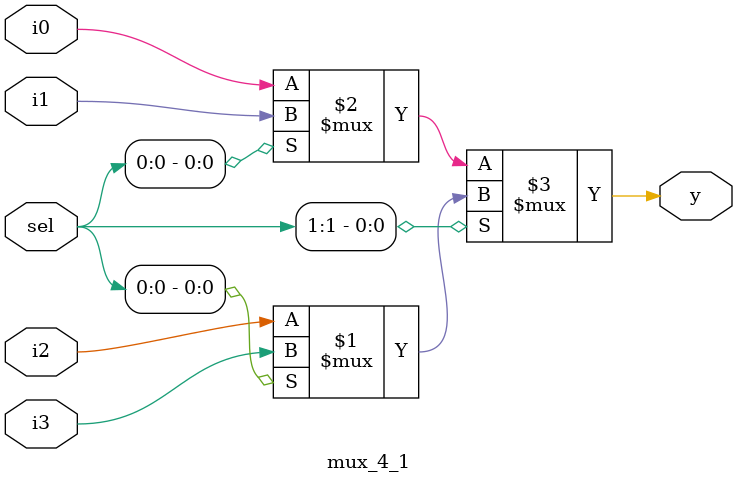
<source format=v>
module mux_4_1 (
  input  [1:0] sel,
  input  i0, i1, i2, i3,
  output y);
  assign y = sel[1] ? (sel[0] ? i3 : i2) :(sel[0] ? i1 : i0);
endmodule





















</source>
